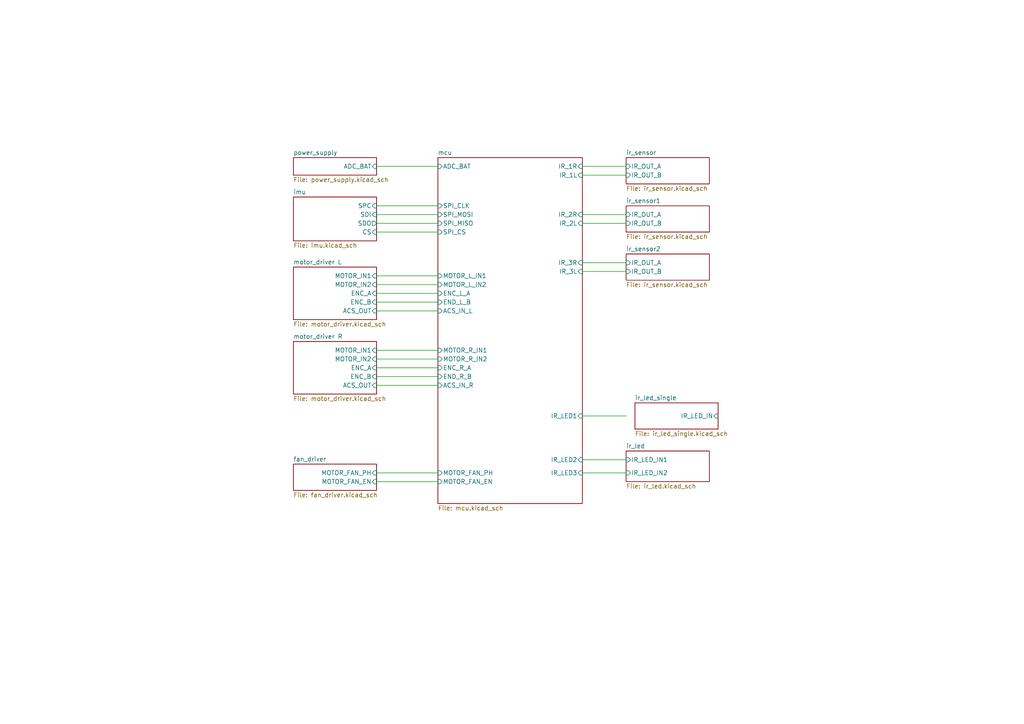
<source format=kicad_sch>
(kicad_sch
	(version 20231120)
	(generator "eeschema")
	(generator_version "8.0")
	(uuid "3fba01b2-297e-4d01-acf7-e925f3a1b718")
	(paper "A4")
	(lib_symbols)
	(wire
		(pts
			(xy 109.22 101.6) (xy 127 101.6)
		)
		(stroke
			(width 0)
			(type default)
		)
		(uuid "09a2fbd6-a9a2-47f5-900b-c2f3ba41ca1a")
	)
	(wire
		(pts
			(xy 109.22 80.01) (xy 127 80.01)
		)
		(stroke
			(width 0)
			(type default)
		)
		(uuid "1cd28184-e88f-409d-b25a-e5c6b042c5b5")
	)
	(wire
		(pts
			(xy 109.22 82.55) (xy 127 82.55)
		)
		(stroke
			(width 0)
			(type default)
		)
		(uuid "2a5601f1-d8a4-43ad-b3c1-10614300d3cf")
	)
	(wire
		(pts
			(xy 168.91 50.8) (xy 181.61 50.8)
		)
		(stroke
			(width 0)
			(type default)
		)
		(uuid "2d25c6ba-5de8-479c-9081-ce52473c377e")
	)
	(wire
		(pts
			(xy 109.22 62.23) (xy 127 62.23)
		)
		(stroke
			(width 0)
			(type default)
		)
		(uuid "35d330cc-cd22-4c24-9fd2-426c5a67f464")
	)
	(wire
		(pts
			(xy 109.22 48.26) (xy 127 48.26)
		)
		(stroke
			(width 0)
			(type default)
		)
		(uuid "5033e626-3242-45fe-9613-008430363865")
	)
	(wire
		(pts
			(xy 109.22 67.31) (xy 127 67.31)
		)
		(stroke
			(width 0)
			(type default)
		)
		(uuid "59fb0668-a76a-4476-b2c4-26de28bd2fa9")
	)
	(wire
		(pts
			(xy 168.91 120.65) (xy 181.61 120.65)
		)
		(stroke
			(width 0)
			(type default)
		)
		(uuid "69f285d6-94f4-41c5-9b2b-382625d2b02b")
	)
	(wire
		(pts
			(xy 109.22 139.7) (xy 127 139.7)
		)
		(stroke
			(width 0)
			(type default)
		)
		(uuid "6abbd327-f5a8-4a63-be17-4951b39caf87")
	)
	(wire
		(pts
			(xy 109.22 109.22) (xy 127 109.22)
		)
		(stroke
			(width 0)
			(type default)
		)
		(uuid "6bdd64f8-7159-41ea-a49f-8c73dc91c407")
	)
	(wire
		(pts
			(xy 109.22 106.68) (xy 127 106.68)
		)
		(stroke
			(width 0)
			(type default)
		)
		(uuid "70d45903-bd66-431e-9b46-7ab26132f118")
	)
	(wire
		(pts
			(xy 168.91 64.77) (xy 181.61 64.77)
		)
		(stroke
			(width 0)
			(type default)
		)
		(uuid "848cb297-c2e0-4360-9e0c-270f23cf412b")
	)
	(wire
		(pts
			(xy 109.22 90.17) (xy 127 90.17)
		)
		(stroke
			(width 0)
			(type default)
		)
		(uuid "8cba8aff-ee9b-4094-b99a-54a5e214947b")
	)
	(wire
		(pts
			(xy 109.22 87.63) (xy 127 87.63)
		)
		(stroke
			(width 0)
			(type default)
		)
		(uuid "90354337-a0e7-46bf-b81f-168593726060")
	)
	(wire
		(pts
			(xy 168.91 137.16) (xy 181.61 137.16)
		)
		(stroke
			(width 0)
			(type default)
		)
		(uuid "926a1e0a-cc1e-416e-8675-93f5c1431663")
	)
	(wire
		(pts
			(xy 109.22 59.69) (xy 127 59.69)
		)
		(stroke
			(width 0)
			(type default)
		)
		(uuid "94d6d7cc-501e-495e-b20f-415b624cbeb6")
	)
	(wire
		(pts
			(xy 168.91 133.35) (xy 181.61 133.35)
		)
		(stroke
			(width 0)
			(type default)
		)
		(uuid "a134120b-e7ab-42b3-8c40-d8b2555d01bd")
	)
	(wire
		(pts
			(xy 168.91 62.23) (xy 181.61 62.23)
		)
		(stroke
			(width 0)
			(type default)
		)
		(uuid "a41d280a-28f2-4168-84e4-325770de93b8")
	)
	(wire
		(pts
			(xy 168.91 78.74) (xy 181.61 78.74)
		)
		(stroke
			(width 0)
			(type default)
		)
		(uuid "b1de85d7-336f-4463-8465-b7f70cee4859")
	)
	(wire
		(pts
			(xy 109.22 104.14) (xy 127 104.14)
		)
		(stroke
			(width 0)
			(type default)
		)
		(uuid "b3363dad-8a4a-43d7-8216-927d59fbe9d5")
	)
	(wire
		(pts
			(xy 109.22 111.76) (xy 127 111.76)
		)
		(stroke
			(width 0)
			(type default)
		)
		(uuid "c1d6b48c-2720-4e55-97c9-f4686f00c7de")
	)
	(wire
		(pts
			(xy 109.22 64.77) (xy 127 64.77)
		)
		(stroke
			(width 0)
			(type default)
		)
		(uuid "c3db0302-c7ad-45fc-855f-927772bf02df")
	)
	(wire
		(pts
			(xy 109.22 137.16) (xy 127 137.16)
		)
		(stroke
			(width 0)
			(type default)
		)
		(uuid "f05d815c-0f0f-4a5e-8dc5-0ad27c82daf7")
	)
	(wire
		(pts
			(xy 168.91 76.2) (xy 181.61 76.2)
		)
		(stroke
			(width 0)
			(type default)
		)
		(uuid "f0ef2ef5-5803-4875-b8ca-b4bfa4391cbb")
	)
	(wire
		(pts
			(xy 109.22 85.09) (xy 127 85.09)
		)
		(stroke
			(width 0)
			(type default)
		)
		(uuid "fa6631bb-1a97-4417-b945-94ae6e4c7539")
	)
	(wire
		(pts
			(xy 168.91 48.26) (xy 181.61 48.26)
		)
		(stroke
			(width 0)
			(type default)
		)
		(uuid "fc5a2aed-d899-43f4-9b20-24d251b2ddf8")
	)
	(sheet
		(at 85.09 77.47)
		(size 24.13 15.24)
		(fields_autoplaced yes)
		(stroke
			(width 0.1524)
			(type solid)
		)
		(fill
			(color 0 0 0 0.0000)
		)
		(uuid "0b3d5506-65c8-43f6-bae7-92299b9d6d2b")
		(property "Sheetname" "motor_driver L"
			(at 85.09 76.7584 0)
			(effects
				(font
					(size 1.27 1.27)
				)
				(justify left bottom)
			)
		)
		(property "Sheetfile" "motor_driver.kicad_sch"
			(at 85.09 93.2946 0)
			(effects
				(font
					(size 1.27 1.27)
				)
				(justify left top)
			)
		)
		(pin "ENC_B" input
			(at 109.22 87.63 0)
			(effects
				(font
					(size 1.27 1.27)
				)
				(justify right)
			)
			(uuid "9c403d9d-8167-4d4b-9cd4-58d46f039b90")
		)
		(pin "ENC_A" input
			(at 109.22 85.09 0)
			(effects
				(font
					(size 1.27 1.27)
				)
				(justify right)
			)
			(uuid "9db8ba67-c90d-457e-b798-b0b9f8a7387e")
		)
		(pin "MOTOR_IN1" input
			(at 109.22 80.01 0)
			(effects
				(font
					(size 1.27 1.27)
				)
				(justify right)
			)
			(uuid "ca499643-1533-4dfc-9a13-78e5b495ceb7")
		)
		(pin "MOTOR_IN2" input
			(at 109.22 82.55 0)
			(effects
				(font
					(size 1.27 1.27)
				)
				(justify right)
			)
			(uuid "0daf77c8-44a3-48ce-8542-e9e319bf194b")
		)
		(pin "ACS_OUT" input
			(at 109.22 90.17 0)
			(effects
				(font
					(size 1.27 1.27)
				)
				(justify right)
			)
			(uuid "e1e2f7cc-20c7-4198-ab7d-a9f8884b9127")
		)
		(instances
			(project "Mercury-v2-pcb"
				(path "/3fba01b2-297e-4d01-acf7-e925f3a1b718"
					(page "4")
				)
			)
		)
	)
	(sheet
		(at 85.09 99.06)
		(size 24.13 15.24)
		(fields_autoplaced yes)
		(stroke
			(width 0.1524)
			(type solid)
		)
		(fill
			(color 0 0 0 0.0000)
		)
		(uuid "315c4463-9c48-44f4-a059-7def3f79a8d7")
		(property "Sheetname" "motor_driver R"
			(at 85.09 98.3484 0)
			(effects
				(font
					(size 1.27 1.27)
				)
				(justify left bottom)
			)
		)
		(property "Sheetfile" "motor_driver.kicad_sch"
			(at 85.09 114.8846 0)
			(effects
				(font
					(size 1.27 1.27)
				)
				(justify left top)
			)
		)
		(pin "ENC_B" input
			(at 109.22 109.22 0)
			(effects
				(font
					(size 1.27 1.27)
				)
				(justify right)
			)
			(uuid "5c3359eb-e641-477b-89a5-9f5ad852d536")
		)
		(pin "ENC_A" input
			(at 109.22 106.68 0)
			(effects
				(font
					(size 1.27 1.27)
				)
				(justify right)
			)
			(uuid "adad81a5-1007-47dd-b1c2-dd2ac77310a5")
		)
		(pin "MOTOR_IN1" input
			(at 109.22 101.6 0)
			(effects
				(font
					(size 1.27 1.27)
				)
				(justify right)
			)
			(uuid "b7bb6d5f-e357-4681-ba42-122a56d8ddc3")
		)
		(pin "MOTOR_IN2" input
			(at 109.22 104.14 0)
			(effects
				(font
					(size 1.27 1.27)
				)
				(justify right)
			)
			(uuid "421fdd99-5c7b-423d-9419-0810159d36d9")
		)
		(pin "ACS_OUT" input
			(at 109.22 111.76 0)
			(effects
				(font
					(size 1.27 1.27)
				)
				(justify right)
			)
			(uuid "876c70a5-d579-4a7a-85aa-22b664031cf8")
		)
		(instances
			(project "Mercury-v2-pcb"
				(path "/3fba01b2-297e-4d01-acf7-e925f3a1b718"
					(page "12")
				)
			)
		)
	)
	(sheet
		(at 85.09 57.15)
		(size 24.13 12.7)
		(fields_autoplaced yes)
		(stroke
			(width 0.1524)
			(type solid)
		)
		(fill
			(color 0 0 0 0.0000)
		)
		(uuid "6083f065-566c-4101-aa7d-106b6960f0e8")
		(property "Sheetname" "imu"
			(at 85.09 56.4384 0)
			(effects
				(font
					(size 1.27 1.27)
				)
				(justify left bottom)
			)
		)
		(property "Sheetfile" "imu.kicad_sch"
			(at 85.09 70.4346 0)
			(effects
				(font
					(size 1.27 1.27)
				)
				(justify left top)
			)
		)
		(pin "CS" input
			(at 109.22 67.31 0)
			(effects
				(font
					(size 1.27 1.27)
				)
				(justify right)
			)
			(uuid "a5d72fcd-5bc4-4d2b-8e87-2d40ad3793df")
		)
		(pin "SDI" input
			(at 109.22 62.23 0)
			(effects
				(font
					(size 1.27 1.27)
				)
				(justify right)
			)
			(uuid "c2b8dd74-83ec-4f68-96a0-157b51857862")
		)
		(pin "SDO" output
			(at 109.22 64.77 0)
			(effects
				(font
					(size 1.27 1.27)
				)
				(justify right)
			)
			(uuid "78d29744-00de-4d0b-be11-a1d034208de7")
		)
		(pin "SPC" input
			(at 109.22 59.69 0)
			(effects
				(font
					(size 1.27 1.27)
				)
				(justify right)
			)
			(uuid "fa2c757b-2a04-4961-8f32-f13aaf6fc600")
		)
		(instances
			(project "Mercury-v2-pcb"
				(path "/3fba01b2-297e-4d01-acf7-e925f3a1b718"
					(page "5")
				)
			)
		)
	)
	(sheet
		(at 127 45.72)
		(size 41.91 100.33)
		(fields_autoplaced yes)
		(stroke
			(width 0.1524)
			(type solid)
		)
		(fill
			(color 0 0 0 0.0000)
		)
		(uuid "698e9634-c62c-4603-a43f-e33f8613c6ee")
		(property "Sheetname" "mcu"
			(at 127 45.0084 0)
			(effects
				(font
					(size 1.27 1.27)
				)
				(justify left bottom)
			)
		)
		(property "Sheetfile" "mcu.kicad_sch"
			(at 127 146.6346 0)
			(effects
				(font
					(size 1.27 1.27)
				)
				(justify left top)
			)
		)
		(pin "ENC_L_A" input
			(at 127 85.09 180)
			(effects
				(font
					(size 1.27 1.27)
				)
				(justify left)
			)
			(uuid "d1674655-962e-4e99-9063-9d509d39075a")
		)
		(pin "MOTOR_L_IN1" input
			(at 127 80.01 180)
			(effects
				(font
					(size 1.27 1.27)
				)
				(justify left)
			)
			(uuid "33938c80-3689-436f-8cf8-767866e6e994")
		)
		(pin "MOTOR_R_IN1" input
			(at 127 101.6 180)
			(effects
				(font
					(size 1.27 1.27)
				)
				(justify left)
			)
			(uuid "e5a0ae6e-f356-4fd0-92bd-103749f9be82")
		)
		(pin "MOTOR_L_IN2" input
			(at 127 82.55 180)
			(effects
				(font
					(size 1.27 1.27)
				)
				(justify left)
			)
			(uuid "2d893362-7d2e-4025-911b-4070f970cad8")
		)
		(pin "END_R_B" input
			(at 127 109.22 180)
			(effects
				(font
					(size 1.27 1.27)
				)
				(justify left)
			)
			(uuid "54f02ce5-fb3b-4a8e-b40c-bffc4ec65b62")
		)
		(pin "END_L_B" input
			(at 127 87.63 180)
			(effects
				(font
					(size 1.27 1.27)
				)
				(justify left)
			)
			(uuid "6cfef8dc-1e82-49a5-b8ed-1bfa4813c14e")
		)
		(pin "ENC_R_A" input
			(at 127 106.68 180)
			(effects
				(font
					(size 1.27 1.27)
				)
				(justify left)
			)
			(uuid "2687f46c-ef5a-4891-b6c8-5ea24f96a2ff")
		)
		(pin "ADC_BAT" input
			(at 127 48.26 180)
			(effects
				(font
					(size 1.27 1.27)
				)
				(justify left)
			)
			(uuid "8472a35d-d0bf-40eb-9421-5c08a35a7291")
		)
		(pin "SPI_CLK" input
			(at 127 59.69 180)
			(effects
				(font
					(size 1.27 1.27)
				)
				(justify left)
			)
			(uuid "0a7b15c6-cdea-47e5-9da3-5f72c25d23be")
		)
		(pin "SPI_MOSI" input
			(at 127 62.23 180)
			(effects
				(font
					(size 1.27 1.27)
				)
				(justify left)
			)
			(uuid "24b82d32-5289-44f8-8d27-1b902b79690f")
		)
		(pin "SPI_MISO" input
			(at 127 64.77 180)
			(effects
				(font
					(size 1.27 1.27)
				)
				(justify left)
			)
			(uuid "5230569d-d484-4c4d-a6f0-acf00982c5a2")
		)
		(pin "SPI_CS" input
			(at 127 67.31 180)
			(effects
				(font
					(size 1.27 1.27)
				)
				(justify left)
			)
			(uuid "a21d40a6-13a0-4b1c-a5f6-d465d8067d7d")
		)
		(pin "MOTOR_R_IN2" input
			(at 127 104.14 180)
			(effects
				(font
					(size 1.27 1.27)
				)
				(justify left)
			)
			(uuid "bae198cc-5967-4e74-9f2e-7ce31d5b5653")
		)
		(pin "MOTOR_FAN_EN" input
			(at 127 139.7 180)
			(effects
				(font
					(size 1.27 1.27)
				)
				(justify left)
			)
			(uuid "4aba0f8f-ac9a-442d-8db0-f7983126de54")
		)
		(pin "IR_3L" input
			(at 168.91 78.74 0)
			(effects
				(font
					(size 1.27 1.27)
				)
				(justify right)
			)
			(uuid "0d066d07-8f7a-4f18-bbd2-58277f8c97e9")
		)
		(pin "ACS_IN_L" input
			(at 127 90.17 180)
			(effects
				(font
					(size 1.27 1.27)
				)
				(justify left)
			)
			(uuid "13c087ec-1cfc-4c59-8b87-8c622a946a53")
		)
		(pin "IR_2L" input
			(at 168.91 64.77 0)
			(effects
				(font
					(size 1.27 1.27)
				)
				(justify right)
			)
			(uuid "5b03f911-2e24-40c1-963c-ffb40b57883b")
		)
		(pin "IR_LED3" input
			(at 168.91 137.16 0)
			(effects
				(font
					(size 1.27 1.27)
				)
				(justify right)
			)
			(uuid "0ed23e2b-5409-437d-bbb6-752bdd9d3a0f")
		)
		(pin "IR_3R" input
			(at 168.91 76.2 0)
			(effects
				(font
					(size 1.27 1.27)
				)
				(justify right)
			)
			(uuid "6fe610c7-70b4-4d28-b9f7-3628a2f30b78")
		)
		(pin "IR_2R" input
			(at 168.91 62.23 0)
			(effects
				(font
					(size 1.27 1.27)
				)
				(justify right)
			)
			(uuid "81efab10-1c07-4af5-a40e-497da23e4b59")
		)
		(pin "IR_LED1" input
			(at 168.91 120.65 0)
			(effects
				(font
					(size 1.27 1.27)
				)
				(justify right)
			)
			(uuid "78caa32e-10f5-4a91-8e78-0fa57a3084fe")
		)
		(pin "IR_1R" input
			(at 168.91 48.26 0)
			(effects
				(font
					(size 1.27 1.27)
				)
				(justify right)
			)
			(uuid "d09fb107-ef38-44b2-a8b7-5b760b96deb7")
		)
		(pin "ACS_IN_R" input
			(at 127 111.76 180)
			(effects
				(font
					(size 1.27 1.27)
				)
				(justify left)
			)
			(uuid "4f33a444-f5ac-4175-8583-50f2fd56af8d")
		)
		(pin "IR_LED2" input
			(at 168.91 133.35 0)
			(effects
				(font
					(size 1.27 1.27)
				)
				(justify right)
			)
			(uuid "b810633c-0ca4-42cb-b4dc-dd4066b5e10d")
		)
		(pin "IR_1L" input
			(at 168.91 50.8 0)
			(effects
				(font
					(size 1.27 1.27)
				)
				(justify right)
			)
			(uuid "84b5077f-7ca3-4954-9b0d-3667bc610f63")
		)
		(pin "MOTOR_FAN_PH" input
			(at 127 137.16 180)
			(effects
				(font
					(size 1.27 1.27)
				)
				(justify left)
			)
			(uuid "5aa316fa-f5c7-4d66-888c-695f940ba5c5")
		)
		(instances
			(project "Mercury-v2-pcb"
				(path "/3fba01b2-297e-4d01-acf7-e925f3a1b718"
					(page "2")
				)
			)
		)
	)
	(sheet
		(at 181.61 45.72)
		(size 24.13 7.62)
		(fields_autoplaced yes)
		(stroke
			(width 0.1524)
			(type solid)
		)
		(fill
			(color 0 0 0 0.0000)
		)
		(uuid "8a645202-7954-44a8-a8d0-ecb4f4e51a4e")
		(property "Sheetname" "ir_sensor"
			(at 181.61 45.0084 0)
			(effects
				(font
					(size 1.27 1.27)
				)
				(justify left bottom)
			)
		)
		(property "Sheetfile" "ir_sensor.kicad_sch"
			(at 181.61 53.9246 0)
			(effects
				(font
					(size 1.27 1.27)
				)
				(justify left top)
			)
		)
		(pin "IR_OUT_B" input
			(at 181.61 50.8 180)
			(effects
				(font
					(size 1.27 1.27)
				)
				(justify left)
			)
			(uuid "612f51d8-644f-4703-a9b5-3ceb4e8236d1")
		)
		(pin "IR_OUT_A" input
			(at 181.61 48.26 180)
			(effects
				(font
					(size 1.27 1.27)
				)
				(justify left)
			)
			(uuid "cfa45d26-8da6-4024-831e-6a031d5b6669")
		)
		(instances
			(project "Mercury-v2-pcb"
				(path "/3fba01b2-297e-4d01-acf7-e925f3a1b718"
					(page "3")
				)
			)
		)
	)
	(sheet
		(at 181.61 59.69)
		(size 24.13 7.62)
		(fields_autoplaced yes)
		(stroke
			(width 0.1524)
			(type solid)
		)
		(fill
			(color 0 0 0 0.0000)
		)
		(uuid "b3eda6d4-d12a-4cac-a07a-f8cb0ceb26a6")
		(property "Sheetname" "ir_sensor1"
			(at 181.61 58.9784 0)
			(effects
				(font
					(size 1.27 1.27)
				)
				(justify left bottom)
			)
		)
		(property "Sheetfile" "ir_sensor.kicad_sch"
			(at 181.61 67.8946 0)
			(effects
				(font
					(size 1.27 1.27)
				)
				(justify left top)
			)
		)
		(pin "IR_OUT_B" input
			(at 181.61 64.77 180)
			(effects
				(font
					(size 1.27 1.27)
				)
				(justify left)
			)
			(uuid "09bcaab4-3b74-4aca-ba4a-74e75d2055b1")
		)
		(pin "IR_OUT_A" input
			(at 181.61 62.23 180)
			(effects
				(font
					(size 1.27 1.27)
				)
				(justify left)
			)
			(uuid "4bb0acd9-2ee2-4008-9c40-a8278b1aeac4")
		)
		(instances
			(project "Mercury-v2-pcb"
				(path "/3fba01b2-297e-4d01-acf7-e925f3a1b718"
					(page "8")
				)
			)
		)
	)
	(sheet
		(at 85.09 45.72)
		(size 24.13 5.08)
		(fields_autoplaced yes)
		(stroke
			(width 0.1524)
			(type solid)
		)
		(fill
			(color 0 0 0 0.0000)
		)
		(uuid "c3fef2c5-f00b-4811-8e95-b09fea682fe3")
		(property "Sheetname" "power_supply"
			(at 85.09 45.0084 0)
			(effects
				(font
					(size 1.27 1.27)
				)
				(justify left bottom)
			)
		)
		(property "Sheetfile" "power_supply.kicad_sch"
			(at 85.09 51.3846 0)
			(effects
				(font
					(size 1.27 1.27)
				)
				(justify left top)
			)
		)
		(pin "ADC_BAT" input
			(at 109.22 48.26 0)
			(effects
				(font
					(size 1.27 1.27)
				)
				(justify right)
			)
			(uuid "738e87bc-e6b5-435a-be2b-9e144f36c791")
		)
		(instances
			(project "Mercury-v2-pcb"
				(path "/3fba01b2-297e-4d01-acf7-e925f3a1b718"
					(page "7")
				)
			)
		)
	)
	(sheet
		(at 181.61 130.81)
		(size 24.13 8.89)
		(fields_autoplaced yes)
		(stroke
			(width 0.1524)
			(type solid)
		)
		(fill
			(color 0 0 0 0.0000)
		)
		(uuid "d22aae3d-b0f8-437f-811d-661b08c5b509")
		(property "Sheetname" "ir_led"
			(at 181.61 130.0984 0)
			(effects
				(font
					(size 1.27 1.27)
				)
				(justify left bottom)
			)
		)
		(property "Sheetfile" "ir_led.kicad_sch"
			(at 181.61 140.2846 0)
			(effects
				(font
					(size 1.27 1.27)
				)
				(justify left top)
			)
		)
		(pin "IR_LED_IN1" input
			(at 181.61 133.35 180)
			(effects
				(font
					(size 1.27 1.27)
				)
				(justify left)
			)
			(uuid "2b8983c0-fde8-4470-9161-f9ddc33cbc69")
		)
		(pin "IR_LED_IN2" input
			(at 181.61 137.16 180)
			(effects
				(font
					(size 1.27 1.27)
				)
				(justify left)
			)
			(uuid "bd6388f9-0fa8-4ccb-8fa4-a7983aa2899f")
		)
		(instances
			(project "Mercury-v2-pcb"
				(path "/3fba01b2-297e-4d01-acf7-e925f3a1b718"
					(page "6")
				)
			)
		)
	)
	(sheet
		(at 85.09 134.62)
		(size 24.13 7.62)
		(fields_autoplaced yes)
		(stroke
			(width 0.1524)
			(type solid)
		)
		(fill
			(color 0 0 0 0.0000)
		)
		(uuid "db4de92c-a449-4434-ba7f-4e254c63a49f")
		(property "Sheetname" "fan_driver"
			(at 85.09 133.9084 0)
			(effects
				(font
					(size 1.27 1.27)
				)
				(justify left bottom)
			)
		)
		(property "Sheetfile" "fan_driver.kicad_sch"
			(at 85.09 142.8246 0)
			(effects
				(font
					(size 1.27 1.27)
				)
				(justify left top)
			)
		)
		(pin "MOTOR_FAN_EN" input
			(at 109.22 139.7 0)
			(effects
				(font
					(size 1.27 1.27)
				)
				(justify right)
			)
			(uuid "27a98ec6-2b8d-4cc4-9d53-e8427cd371cd")
		)
		(pin "MOTOR_FAN_PH" input
			(at 109.22 137.16 0)
			(effects
				(font
					(size 1.27 1.27)
				)
				(justify right)
			)
			(uuid "9cc2eb72-2838-4f35-b06a-35e1ea7b4479")
		)
		(instances
			(project "Mercury-v2-pcb"
				(path "/3fba01b2-297e-4d01-acf7-e925f3a1b718"
					(page "13")
				)
			)
		)
	)
	(sheet
		(at 184.15 116.84)
		(size 24.13 7.62)
		(fields_autoplaced yes)
		(stroke
			(width 0.1524)
			(type solid)
		)
		(fill
			(color 0 0 0 0.0000)
		)
		(uuid "f3b3db06-3627-486f-8daa-a25eb9f18bb7")
		(property "Sheetname" "ir_led_single"
			(at 184.15 116.1284 0)
			(effects
				(font
					(size 1.27 1.27)
				)
				(justify left bottom)
			)
		)
		(property "Sheetfile" "ir_led_single.kicad_sch"
			(at 184.15 125.0446 0)
			(effects
				(font
					(size 1.27 1.27)
				)
				(justify left top)
			)
		)
		(pin "IR_LED_IN" input
			(at 208.28 120.65 0)
			(effects
				(font
					(size 1.27 1.27)
				)
				(justify right)
			)
			(uuid "4f6f4446-e9e7-4094-a787-49e241923b1d")
		)
		(instances
			(project "Mercury-v2-pcb"
				(path "/3fba01b2-297e-4d01-acf7-e925f3a1b718"
					(page "12")
				)
			)
		)
	)
	(sheet
		(at 181.61 73.66)
		(size 24.13 7.62)
		(fields_autoplaced yes)
		(stroke
			(width 0.1524)
			(type solid)
		)
		(fill
			(color 0 0 0 0.0000)
		)
		(uuid "f7d84742-fea4-4416-8221-a164e770be1d")
		(property "Sheetname" "ir_sensor2"
			(at 181.61 72.9484 0)
			(effects
				(font
					(size 1.27 1.27)
				)
				(justify left bottom)
			)
		)
		(property "Sheetfile" "ir_sensor.kicad_sch"
			(at 181.61 81.8646 0)
			(effects
				(font
					(size 1.27 1.27)
				)
				(justify left top)
			)
		)
		(pin "IR_OUT_B" input
			(at 181.61 78.74 180)
			(effects
				(font
					(size 1.27 1.27)
				)
				(justify left)
			)
			(uuid "2bf84954-6b5a-4337-999e-1bda583a8253")
		)
		(pin "IR_OUT_A" input
			(at 181.61 76.2 180)
			(effects
				(font
					(size 1.27 1.27)
				)
				(justify left)
			)
			(uuid "f65093f7-da25-4941-86d2-45bd126759dc")
		)
		(instances
			(project "Mercury-v2-pcb"
				(path "/3fba01b2-297e-4d01-acf7-e925f3a1b718"
					(page "9")
				)
			)
		)
	)
	(sheet_instances
		(path "/"
			(page "1")
		)
	)
)

</source>
